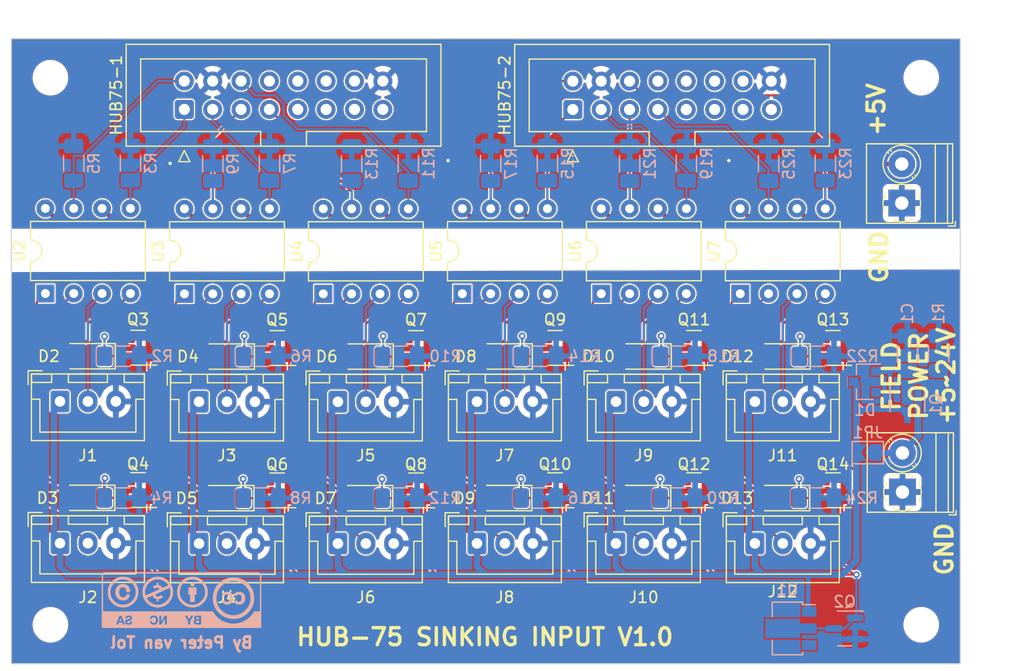
<source format=kicad_pcb>
(kicad_pcb (version 20211014) (generator pcbnew)
  (layers (0 "F.Cu" signal "Front") (31 "B.Cu" signal "Back") (34 "B.Paste" user) (35 "F.Paste" user) (36 "B.SilkS" user "B.Silkscreen") (37 "F.SilkS" user "F.Silkscreen") (38 "B.Mask" user) (39 "F.Mask" user) (44 "Edge.Cuts" user))
  (net 0 "")
  (net 1 "Net-(C1-Pad1)")
  (net 2 "GNDD")
  (net 3 "VDD")
  (net 4 "Net-(D2-Pad1)")
  (net 5 "Net-(D2-Pad2)")
  (net 6 "Net-(D3-Pad1)")
  (net 7 "Net-(D3-Pad2)")
  (net 8 "GND")
  (net 17 "GPIO1-6")
  (net 18 "GPIO1-5")
  (net 19 "GPIO1-4")
  (net 20 "GPIO1-3")
  (net 21 "GPIO1-2")
  (net 22 "GPIO1-1")
  (net 31 "GPIO2-6")
  (net 32 "GPIO2-5")
  (net 33 "GPIO2-4")
  (net 34 "GPIO2-3")
  (net 35 "GPIO2-2")
  (net 36 "GPIO2-1")
  (net 37 "Net-(J1-Pad2)")
  (net 38 "Net-(J2-Pad2)")
  (net 39 "Net-(J3-Pad2)")
  (net 40 "CUR_MIRROR")
  (net 41 "+5V")
  (net 42 "Net-(D4-Pad1)")
  (net 43 "Net-(D4-Pad2)")
  (net 44 "Net-(D5-Pad1)")
  (net 45 "Net-(D5-Pad2)")
  (net 46 "Net-(J4-Pad2)")
  (net 47 "Net-(J5-Pad2)")
  (net 48 "Net-(D6-Pad1)")
  (net 49 "Net-(D6-Pad2)")
  (net 50 "Net-(D7-Pad1)")
  (net 51 "Net-(D7-Pad2)")
  (net 52 "Net-(J6-Pad2)")
  (net 53 "Net-(D8-Pad1)")
  (net 54 "Net-(D8-Pad2)")
  (net 55 "Net-(D9-Pad1)")
  (net 56 "Net-(D9-Pad2)")
  (net 57 "Net-(D10-Pad1)")
  (net 58 "Net-(D10-Pad2)")
  (net 59 "Net-(D11-Pad1)")
  (net 60 "Net-(D11-Pad2)")
  (net 61 "Net-(D12-Pad1)")
  (net 62 "Net-(D12-Pad2)")
  (net 63 "Net-(D13-Pad1)")
  (net 64 "Net-(D13-Pad2)")
  (net 65 "Net-(J7-Pad2)")
  (net 66 "Net-(J8-Pad2)")
  (net 67 "Net-(J9-Pad2)")
  (net 68 "Net-(J10-Pad2)")
  (net 69 "Net-(J11-Pad2)")
  (net 70 "Net-(J12-Pad2)")
  (net 71 "Net-(PWR1-Pad2)")
  (footprint "Package_TO_SOT_SMD:SOT-23" (layer "F.Cu") (at 78.6715 55.392 180)
    (fp_text reference "Q9")
    (fp_text value "2N7002" hide)
  )
  (footprint "Package_TO_SOT_SMD:SOT-23" (layer "F.Cu") (at 103.5635 55.392 180)
    (fp_text reference "Q13")
    (fp_text value "2N7002" hide)
  )
  (footprint "Package_TO_SOT_SMD:SOT-23" (layer "F.Cu") (at 41.3235 55.372 180)
    (fp_text reference "Q3")
    (fp_text value "2N7002" hide)
  )
  (footprint "Connector_IDC:IDC-Header_2x08_P2.54mm_Vertical" (layer "F.Cu") (at 80.264 34.036 90)
    (fp_text reference "HUB75-2")
    (fp_text value "Conn_02x08_Odd_Even" hide)
  )
  (footprint "Package_DIP:DIP-8_W7.62mm" (layer "F.Cu") (at 33.02 50.516 90)
    (fp_text reference "U2")
    (fp_text value "LTV-827" hide)
  )
  (footprint "LED_SMD:LED_1206_3216Metric_Pad1.42x1.75mm_HandSolder" (layer "F.Cu") (at 49.246 68.847 180)
    (fp_text reference "D5")
    (fp_text value "LED_Small" hide)
  )
  (footprint "Package_TO_SOT_SMD:SOT-23" (layer "F.Cu") (at 91.1175 55.392 180)
    (fp_text reference "Q11")
    (fp_text value "2N7002" hide)
  )
  (footprint "MountingHole:MountingHole_2.7mm_M2.5_DIN965" (layer "F.Cu") (at 111.472 31.186)
    (fp_text reference "HOLE2" hide)
    (fp_text value "MountingHole_2.7mm_M2.5_DIN965" hide)
  )
  (footprint "Connector_JST:JST_XH_B3B-XH-A_1x03_P2.50mm_Vertical" (layer "F.Cu") (at 59.222 72.911)
    (fp_text reference "J6")
    (fp_text value "Conn_01x03_Male" hide)
  )
  (footprint "LED_SMD:LED_1206_3216Metric_Pad1.42x1.75mm_HandSolder" (layer "F.Cu") (at 86.624 56.154 180)
    (fp_text reference "D10")
    (fp_text value "LED_Small" hide)
  )
  (footprint "Package_TO_SOT_SMD:SOT-23" (layer "F.Cu") (at 78.6715 68.141 180)
    (fp_text reference "Q10")
    (fp_text value "2N7002" hide)
  )
  (footprint "MountingHole:MountingHole_2.7mm_M2.5_DIN965" (layer "F.Cu") (at 111.472 80.186)
    (fp_text reference "HOLE4" hide)
    (fp_text value "MountingHole_2.7mm_M2.5_DIN965" hide)
  )
  (footprint "Connector_JST:JST_XH_B3B-XH-A_1x03_P2.50mm_Vertical" (layer "F.Cu") (at 71.678 60.201)
    (fp_text reference "J7")
    (fp_text value "Conn_01x03_Male" hide)
  )
  (footprint "Connector_JST:JST_XH_B3B-XH-A_1x03_P2.50mm_Vertical" (layer "F.Cu") (at 71.678 72.901)
    (fp_text reference "J8")
    (fp_text value "Conn_01x03_Male" hide)
  )
  (footprint "Package_TO_SOT_SMD:SOT-23" (layer "F.Cu") (at 53.7795 55.402 180)
    (fp_text reference "Q5")
    (fp_text value "2N7002" hide)
  )
  (footprint "Package_TO_SOT_SMD:SOT-23" (layer "F.Cu") (at 103.5635 68.141 180)
    (fp_text reference "Q14")
    (fp_text value "2N7002" hide)
  )
  (footprint "TerminalBlock_Phoenix:TerminalBlock_Phoenix_PT-1,5-2-3.5-H_1x02_P3.50mm_Horizontal" (layer "F.Cu") (at 109.728 42.418 90)
    (fp_text reference "PWR2" hide)
    (fp_text value "Screw_Terminal_01x02" hide)
  )
  (footprint "Connector_JST:JST_XH_B3B-XH-A_1x03_P2.50mm_Vertical" (layer "F.Cu") (at 46.786 72.911)
    (fp_text reference "J4")
    (fp_text value "Conn_01x03_Male" hide)
  )
  (footprint "Package_TO_SOT_SMD:SOT-23" (layer "F.Cu") (at 53.7795 68.151 180)
    (fp_text reference "Q6")
    (fp_text value "2N7002" hide)
  )
  (footprint "Package_DIP:DIP-8_W7.62mm" (layer "F.Cu") (at 70.368 50.536 90)
    (fp_text reference "U5")
    (fp_text value "LTV-827" hide)
  )
  (footprint "Package_TO_SOT_SMD:SOT-23" (layer "F.Cu") (at 66.2155 55.402 180)
    (fp_text reference "Q7")
    (fp_text value "2N7002" hide)
  )
  (footprint "LED_SMD:LED_1206_3216Metric_Pad1.42x1.75mm_HandSolder" (layer "F.Cu") (at 36.79 68.817 180)
    (fp_text reference "D3")
    (fp_text value "LED_Small" hide)
  )
  (footprint "Connector_IDC:IDC-Header_2x08_P2.54mm_Vertical" (layer "F.Cu") (at 45.466 34.0265 90)
    (fp_text reference "HUB75-1")
    (fp_text value "Conn_02x08_Odd_Even" hide)
  )
  (footprint "LED_SMD:LED_1206_3216Metric_Pad1.42x1.75mm_HandSolder" (layer "F.Cu") (at 61.722 56.164 180)
    (fp_text reference "D6")
    (fp_text value "LED_Small" hide)
  )
  (footprint "Connector_JST:JST_XH_B3B-XH-A_1x03_P2.50mm_Vertical" (layer "F.Cu") (at 84.124 72.901)
    (fp_text reference "J10")
    (fp_text value "Conn_01x03_Male" hide)
  )
  (footprint "Package_DIP:DIP-8_W7.62mm" (layer "F.Cu") (at 57.912 50.546 90)
    (fp_text reference "U4")
    (fp_text value "LTV-827" hide)
  )
  (footprint "LED_SMD:LED_1206_3216Metric_Pad1.42x1.75mm_HandSolder" (layer "F.Cu") (at 36.83 56.134 180)
    (fp_text reference "D2")
    (fp_text value "LED_Small" hide)
  )
  (footprint "Package_TO_SOT_SMD:SOT-23" (layer "F.Cu") (at 91.1175 68.141 180)
    (fp_text reference "Q12")
    (fp_text value "2N7002" hide)
  )
  (footprint "MountingHole:MountingHole_2.7mm_M2.5_DIN965" (layer "F.Cu") (at 33.472 31.186)
    (fp_text reference "HOLE1" hide)
    (fp_text value "MountingHole_2.7mm_M2.5_DIN965" hide)
  )
  (footprint "Package_TO_SOT_SMD:SOT-23" (layer "F.Cu") (at 66.2155 68.151 180)
    (fp_text reference "Q8")
    (fp_text value "2N7002" hide)
  )
  (footprint "LED_SMD:LED_1206_3216Metric_Pad1.42x1.75mm_HandSolder" (layer "F.Cu") (at 86.584 68.837 180)
    (fp_text reference "D11")
    (fp_text value "LED_Small" hide)
  )
  (footprint "Connector_JST:JST_XH_B3B-XH-A_1x03_P2.50mm_Vertical" (layer "F.Cu") (at 34.33 60.181)
    (fp_text reference "J1")
    (fp_text value "Conn_01x03_Male" hide)
  )
  (footprint "TerminalBlock_Phoenix:TerminalBlock_Phoenix_PT-1,5-2-3.5-H_1x02_P3.50mm_Horizontal" (layer "F.Cu") (at 109.79 68.298 90)
    (fp_text reference "PWR1" hide)
    (fp_text value "Screw_Terminal_01x02" hide)
  )
  (footprint "MountingHole:MountingHole_2.7mm_M2.5_DIN965" (layer "F.Cu") (at 33.472 80.186)
    (fp_text reference "HOLE3" hide)
    (fp_text value "MountingHole_2.7mm_M2.5_DIN965" hide)
  )
  (footprint "Connector_JST:JST_XH_B3B-XH-A_1x03_P2.50mm_Vertical" (layer "F.Cu") (at 46.786 60.211)
    (fp_text reference "J3")
    (fp_text value "Conn_01x03_Male" hide)
  )
  (footprint "LED_SMD:LED_1206_3216Metric_Pad1.42x1.75mm_HandSolder" (layer "F.Cu") (at 74.138 68.837 180)
    (fp_text reference "D9")
    (fp_text value "LED_Small" hide)
  )
  (footprint "LED_SMD:LED_1206_3216Metric_Pad1.42x1.75mm_HandSolder" (layer "F.Cu") (at 74.178 56.154 180)
    (fp_text reference "D8")
    (fp_text value "LED_Small" hide)
  )
  (footprint "LED_SMD:LED_1206_3216Metric_Pad1.42x1.75mm_HandSolder" (layer "F.Cu") (at 49.286 56.164 180)
    (fp_text reference "D4")
    (fp_text value "LED_Small" hide)
  )
  (footprint "LED_SMD:LED_1206_3216Metric_Pad1.42x1.75mm_HandSolder" (layer "F.Cu") (at 99.07 56.154 180)
    (fp_text reference "D12")
    (fp_text value "LED_Small" hide)
  )
  (footprint "Package_DIP:DIP-8_W7.62mm" (layer "F.Cu") (at 95.26 50.536 90)
    (fp_text reference "U7")
    (fp_text value "LTV-827" hide)
  )
  (footprint "Connector_JST:JST_XH_B3B-XH-A_1x03_P2.50mm_Vertical" (layer "F.Cu") (at 84.124 60.201)
    (fp_text reference "J9")
    (fp_text value "Conn_01x03_Male" hide)
  )
  (footprint "LED_SMD:LED_1206_3216Metric_Pad1.42x1.75mm_HandSolder" (layer "F.Cu") (at 61.682 68.847 180)
    (fp_text reference "D7")
    (fp_text value "LED_Small" hide)
  )
  (footprint "Connector_JST:JST_XH_B3B-XH-A_1x03_P2.50mm_Vertical" (layer "F.Cu") (at 59.222 60.211)
    (fp_text reference "J5")
    (fp_text value "Conn_01x03_Male" hide)
  )
  (footprint "Package_DIP:DIP-8_W7.62mm" (layer "F.Cu") (at 45.476 50.546 90)
    (fp_text reference "U3")
    (fp_text value "LTV-827" hide)
  )
  (footprint "LED_SMD:LED_1206_3216Metric_Pad1.42x1.75mm_HandSolder" (layer "F.Cu") (at 99.03 68.837 180)
    (fp_text reference "D13")
    (fp_text value "LED_Small" hide)
  )
  (footprint "Package_TO_SOT_SMD:SOT-23" (layer "F.Cu") (at 41.3235 68.121 180)
    (fp_text reference "Q4")
    (fp_text value "2N7002" hide)
  )
  (footprint "Connector_JST:JST_XH_B3B-XH-A_1x03_P2.50mm_Vertical" (layer "F.Cu") (at 34.33 72.881)
    (fp_text reference "J2")
    (fp_text value "Conn_01x03_Male" hide)
  )
  (footprint "Connector_JST:JST_XH_B3B-XH-A_1x03_P2.50mm_Vertical" (layer "F.Cu") (at 96.57 72.901)
    (fp_text reference "J12")
    (fp_text value "Conn_01x03_Male" hide)
  )
  (footprint "Package_DIP:DIP-8_W7.62mm" (layer "F.Cu") (at 82.814 50.536 90)
    (fp_text reference "U6")
    (fp_text value "LTV-827" hide)
  )
  (footprint "Connector_JST:JST_XH_B3B-XH-A_1x03_P2.50mm_Vertical" (layer "F.Cu") (at 96.57 60.201)
    (fp_text reference "J11")
    (fp_text value "Conn_01x03_Male" hide)
  )
  (footprint "Jumper:SolderJumper-2_P1.3mm_Open_TrianglePad1.0x1.5mm" (layer "B.Cu") (at 106.68 64.77 180)
    (fp_text reference "JP1")
    (fp_text value "Jumper_2_Open")
  )
  (footprint "Resistor_SMD:R_1206_3216Metric_Pad1.30x1.75mm_HandSolder" (layer "B.Cu") (at 40.64 38.836 90)
    (fp_text reference "R3")
    (fp_text value "4.7K")
  )
  (footprint "Resistor_SMD:R_1206_3216Metric_Pad1.30x1.75mm_HandSolder" (layer "B.Cu") (at 77.216 56.134 180)
    (fp_text reference "R14")
    (fp_text value "R" hide)
  )
  (footprint "Resistor_SMD:R_1206_3216Metric_Pad1.30x1.75mm_HandSolder" (layer "B.Cu") (at 64.77 56.134 180)
    (fp_text reference "R10")
    (fp_text value "R" hide)
  )
  (footprint "Resistor_SMD:R_1206_3216Metric_Pad1.30x1.75mm_HandSolder" (layer "B.Cu") (at 35.56 38.862 90)
    (fp_text reference "R5")
    (fp_text value "4.7K")
  )
  (footprint "Resistor_SMD:R_1206_3216Metric_Pad1.30x1.75mm_HandSolder" (layer "B.Cu") (at 65.532 38.866 90)
    (fp_text reference "R11")
    (fp_text value "4.7K")
  )
  (footprint "Resistor_SMD:R_1206_3216Metric_Pad1.30x1.75mm_HandSolder" (layer "B.Cu") (at 52.324 56.134 180)
    (fp_text reference "R6")
    (fp_text value "R" hide)
  )
  (footprint "Resistor_SMD:R_1206_3216Metric_Pad1.30x1.75mm_HandSolder" (layer "B.Cu") (at 113.03 55.88 90)
    (fp_text reference "R1")
    (fp_text value "10K" hide)
  )
  (footprint "Resistor_SMD:R_1206_3216Metric_Pad1.30x1.75mm_HandSolder" (layer "B.Cu") (at 64.77 68.834 180)
    (fp_text reference "R12")
    (fp_text value "R" hide)
  )
  (footprint "Resistor_SMD:R_1206_3216Metric_Pad1.30x1.75mm_HandSolder" (layer "B.Cu") (at 102.108 56.134 180)
    (fp_text reference "R22")
    (fp_text value "R" hide)
  )
  (footprint "Resistor_SMD:R_1206_3216Metric_Pad1.30x1.75mm_HandSolder" (layer "B.Cu") (at 89.662 56.134 180)
    (fp_text reference "R18")
    (fp_text value "R" hide)
  )
  (footprint "Package_TO_SOT_SMD:SOT-23" (layer "B.Cu") (at 110.236 60.452 -90)
    (fp_text reference "Q1")
    (fp_text value "AO3401A" hide)
  )
  (footprint "Package_TO_SOT_SMD:SOT-23" (layer "B.Cu") (at 104.6095 80.518 180)
    (fp_text reference "Q2")
    (fp_text value "2N7002" hide)
  )
  (footprint "Resistor_SMD:R_1206_3216Metric_Pad1.30x1.75mm_HandSolder" (layer "B.Cu") (at 39.878 68.834 180)
    (fp_text reference "R4")
    (fp_text value "R" hide)
  )
  (footprint "Resistor_SMD:R_1206_3216Metric_Pad1.30x1.75mm_HandSolder" (layer "B.Cu") (at 39.878 56.134 180)
    (fp_text reference "R2")
    (fp_text value "R" hide)
  )
  (footprint "Resistor_SMD:R_1206_3216Metric_Pad1.30x1.75mm_HandSolder" (layer "B.Cu") (at 48.016 38.892 90)
    (fp_text reference "R9")
    (fp_text value "4.7K")
  )
  (footprint "Resistor_SMD:R_1206_3216Metric_Pad1.30x1.75mm_HandSolder" (layer "B.Cu") (at 85.354 38.882 90)
    (fp_text reference "R21")
    (fp_text value "4.7K")
  )
  (footprint "Resistor_SMD:R_1206_3216Metric_Pad1.30x1.75mm_HandSolder" (layer "B.Cu") (at 89.662 68.834 180)
    (fp_text reference "R20")
    (fp_text value "R" hide)
  )
  (footprint "Capacitor_SMD:C_1206_3216Metric_Pad1.33x1.80mm_HandSolder" (layer "B.Cu") (at 110.236 55.88 90)
    (fp_text reference "C1")
    (fp_text value "15nF" hide)
  )
  (footprint "Diode_SMD:D_SOT-23_ANK" (layer "B.Cu") (at 106.426 58.42 180)
    (fp_text reference "D1")
    (fp_text value "D_Zener")
  )
  (footprint "Resistor_SMD:R_1206_3216Metric_Pad1.30x1.75mm_HandSolder" (layer "B.Cu") (at 77.216 68.834 180)
    (fp_text reference "R16")
    (fp_text value "R" hide)
  )
  (footprint "Package_TO_SOT_SMD:SOT-89-3" (layer "B.Cu") (at 99.7835 80.518 180)
    (fp_text reference "U1")
    (fp_text value "CL2N8-G" hide)
  )
  (footprint "Resistor_SMD:R_1206_3216Metric_Pad1.30x1.75mm_HandSolder" (layer "B.Cu") (at 90.434 38.856 90)
    (fp_text reference "R19")
    (fp_text value "4.7K")
  )
  (footprint "Resistor_SMD:R_1206_3216Metric_Pad1.30x1.75mm_HandSolder" (layer "B.Cu") (at 102.88 38.856 90)
    (fp_text reference "R23")
    (fp_text value "4.7K")
  )
  (footprint "Resistor_SMD:R_1206_3216Metric_Pad1.30x1.75mm_HandSolder" (layer "B.Cu") (at 72.908 38.882 90)
    (fp_text reference "R17")
    (fp_text value "4.7K")
  )
  (footprint "Resistor_SMD:R_1206_3216Metric_Pad1.30x1.75mm_HandSolder" (layer "B.Cu") (at 60.452 38.892 90)
    (fp_text reference "R13")
    (fp_text value "4.7K")
  )
  (footprint "Resistor_SMD:R_1206_3216Metric_Pad1.30x1.75mm_HandSolder" (layer "B.Cu") (at 77.988 38.856 90)
    (fp_text reference "R15")
    (fp_text value "4.7K")
  )
  (footprint "Resistor_SMD:R_1206_3216Metric_Pad1.30x1.75mm_HandSolder" (layer "B.Cu") (at 97.8 38.882 90)
    (fp_text reference "R25")
    (fp_text value "4.7K")
  )
  (footprint "Resistor_SMD:R_1206_3216Metric_Pad1.30x1.75mm_HandSolder" (layer "B.Cu") (at 52.324 68.834 180)
    (fp_text reference "R8")
    (fp_text value "R" hide)
  )
  (footprint "LOGO" (layer "B.Cu") (at 45.212 77.978 180)
    (fp_text reference "G***" hide)
    (fp_text value "LOGO" hide)
  )
  (footprint "Resistor_SMD:R_1206_3216Metric_Pad1.30x1.75mm_HandSolder" (layer "B.Cu") (at 102.108 68.834 180)
    (fp_text reference "R24")
    (fp_text value "R" hide)
  )
  (footprint "Resistor_SMD:R_1206_3216Metric_Pad1.30x1.75mm_HandSolder" (layer "B.Cu") (at 53.096 38.866 90)
    (fp_text reference "R7")
    (fp_text value "4.7K")
  )
  (gr_rect (start 29.972 27.686) (end 114.972 83.686) (layer "Edge.Cuts") (width 0.1) (fill none))
  (gr_text "By Peter van Tol" (at 45.212 81.788) (layer "B.SilkS") (effects (font (size 1 1) (thickness 0.25)) (justify mirror)))
  (gr_text "GND" (at 107.696 47.244 90) (layer "F.SilkS") (effects (font (size 1.524 1.524) (thickness 0.3048))))
  (gr_text "FIELD\nPOWER\n+5~24V" (at 111.252 57.912 90) (layer "F.SilkS") (effects (font (size 1.524 1.524) (thickness 0.3048))))
  (gr_text "HUB-75 SINKING INPUT V1.0" (at 72.39 81.28) (layer "F.SilkS") (effects (font (size 1.524 1.524) (thickness 0.3048))))
  (gr_text "GND" (at 113.538 73.406 90) (layer "F.SilkS") (effects (font (size 1.524 1.524) (thickness 0.3048))))
  (gr_text "+5V" (at 107.442 34.036 90) (layer "F.SilkS") (effects (font (size 1.524 1.524) (thickness 0.3048))))
  (segment (start 107.426 57.47) (end 107.488 57.532) (width 0.4) (layer "B.Cu") (net 1))
  (segment (start 108.6735 57.3915) (end 108.686 57.404) (width 0.127) (layer "B.Cu") (net 1))
  (segment (start 108.558 57.532) (end 108.686 57.404) (width 0.127) (layer "B.Cu") (net 1))
  (segment (start 112.9915 57.3915) (end 108.6735 57.3915) (width 0.4) (layer "B.Cu") (net 1))
  (segment (start 113.03 57.43) (end 112.9915 57.3915) (width 0.4) (layer "B.Cu") (net 1))
  (segment (start 108.686 58.9145) (end 109.286 59.5145) (width 0.4) (layer "B.Cu") (net 1))
  (segment (start 108.686 57.404) (end 108.686 58.9145) (width 0.4) (layer "B.Cu") (net 1))
  (segment (start 107.488 57.532) (end 108.558 57.532) (width 0.4) (layer "B.Cu") (net 1))
  (segment (start 86.36 75.682) (end 84.836 75.682) (width 0.6) (layer "B.Cu") (net 3))
  (segment (start 96.57 74.97) (end 96.57 72.901) (width 0.6) (layer "B.Cu") (net 3))
  (segment (start 59.222 74.98) (end 59.222 72.911) (width 0.6) (layer "B.Cu") (net 3))
  (segment (start 71.678 74.97) (end 72.39 75.682) (width 0.6) (layer "B.Cu") (net 3))
  (segment (start 101.346 78.8515) (end 101.346 75.692) (width 0.4) (layer "B.Cu") (net 3))
  (segment (start 105.664 61.468) (end 106.3 60.832) (width 0.6) (layer "B.Cu") (net 3))
  (segment (start 104.394 75.692) (end 105.664 74.422) (width 0.6) (layer "B.Cu") (net 3))
  (segment (start 34.33 74.97) (end 34.33 72.881) (width 0.6) (layer "B.Cu") (net 3))
  (segment (start 83.576 72.353) (end 83.576 60.749) (width 0.6) (layer "B.Cu") (net 3))
  (segment (start 47.498 75.692) (end 35.052 75.692) (width 0.6) (layer "B.Cu") (net 3))
  (segment (start 105.664 74.422) (end 105.664 61.468) (width 0.6) (layer "B.Cu") (net 3))
  (segment (start 46.238 72.363) (end 46.238 60.759) (width 0.6) (layer "B.Cu") (net 3))
  (segment (start 97.292 75.692) (end 96.57 74.97) (width 0.6) (layer "B.Cu") (net 3))
  (segment (start 101.346 75.692) (end 104.394 75.692) (width 0.6) (layer "B.Cu") (net 3))
  (segment (start 35.052 75.692) (end 34.33 74.97) (width 0.6) (layer "B.Cu") (net 3))
  (segment (start 96.022 72.353) (end 96.022 60.749) (width 0.6) (layer "B.Cu") (net 3))
  (segment (start 59.934 75.692) (end 101.346 75.692) (width 0.6) (layer "B.Cu") (net 3))
  (segment (start 109.6785 60.832) (end 106.426 60.832) (width 0.6) (layer "B.Cu") (net 3))
  (segment (start 71.678 72.901) (end 71.678 74.97) (width 0.6) (layer "B.Cu") (net 3))
  (segment (start 59.934 75.692) (end 59.222 74.98) (width 0.6) (layer "B.Cu") (net 3))
  (segment (start 84.124 74.97) (end 84.836 75.682) (width 0.6) (layer "B.Cu") (net 3))
  (segment (start 60.198 75.692) (end 47.498 75.692) (width 0.6) (layer "B.Cu") (net 3))
  (segment (start 33.782 72.333) (end 34.33 72.881) (width 0.6) (layer "B.Cu") (net 3))
  (segment (start 58.674 72.363) (end 58.674 60.759) (width 0.6) (layer "B.Cu") (net 3))
  (segment (start 46.786 74.98) (end 47.498 75.692) (width 0.6) (layer "B.Cu") (net 3))
  (segment (start 84.124 72.901) (end 84.124 74.97) (width 0.6) (layer "B.Cu") (net 3))
  (segment (start 105.664 58.658) (end 105.426 58.42) (width 0.6) (layer "B.Cu") (net 3))
  (segment (start 33.782 60.729) (end 33.782 72.333) (width 0.6) (layer "B.Cu") (net 3))
  (segment (start 105.664 61.468) (end 105.664 58.658) (width 0.6) (layer "B.Cu") (net 3))
  (segment (start 71.13 72.353) (end 71.13 60.749) (width 0.6) (layer "B.Cu") (net 3))
  (segment (start 46.786 72.911) (end 46.786 74.98) (width 0.6) (layer "B.Cu") (net 3))
  (segment (start 110.236 61.3895) (end 109.6785 60.832) (width 0.6) (layer "B.Cu") (net 3))
  (segment (start 38.3175 56.134) (end 38.3175 54.356) (width 0.2) (layer "F.Cu") (net 4))
  (segment (start 39.624 56.134) (end 40.386 55.372) (width 0.2) (layer "F.Cu") (net 4))
  (segment (start 38.3175 56.134) (end 39.624 56.134) (width 0.2) (layer "F.Cu") (net 4))
  (via (at 38.3175 54.356) (size 0.6) (drill 0.3) (layers "F.Cu" "B.Cu") (net 4))
  (segment (start 38.3175 56.1235) (end 38.328 56.134) (width 0.2) (layer "B.Cu") (net 4))
  (segment (start 38.3175 54.356) (end 38.3175 56.1235) (width 0.2) (layer "B.Cu") (net 4))
  (segment (start 36.83 53.237707) (end 36.83 54.6465) (width 0.2) (layer "F.Cu") (net 5))
  (segment (start 38.832 52.324) (end 37.743707 52.324) (width 0.2) (layer "F.Cu") (net 5))
  (segment (start 37.743707 52.324) (end 36.83 53.237707) (width 0.2) (layer "F.Cu") (net 5))
  (segment (start 36.83 54.6465) (end 35.3425 56.134) (width 0.2) (layer "F.Cu") (net 5))
  (segment (start 40.64 50.516) (end 38.832 52.324) (width 0.2) (layer "F.Cu") (net 5))
  (segment (start 40.386 68.58) (end 40.386 68.161) (width 0.2) (layer "F.Cu") (net 6))
  (segment (start 40.386 68.161) (end 40.346 68.121) (width 0.2) (layer "F.Cu") (net 6))
  (segment (start 38.2775 67.1325) (end 38.354 67.056) (width 0.2) (layer "F.Cu") (net 6))
  (segment (start 38.2775 68.817) (end 38.2775 67.1325) (width 0.2) (layer "F.Cu") (net 6))
  (segment (start 40.149 68.817) (end 40.386 68.58) (width 0.2) (layer "F.Cu") (net 6))
  (segment (start 38.2775 68.817) (end 40.149 68.817) (width 0.2) (layer "F.Cu") (net 6))
  (via (at 38.354 67.056) (size 0.6) (drill 0.3) (layers "F.Cu" "B.Cu") (net 6))
  (segment (start 38.354 68.808) (end 38.328 68.834) (width 0.2) (layer "B.Cu") (net 6))
  (segment (start 38.354 67.056) (end 38.354 68.808) (width 0.2) (layer "B.Cu") (net 6))
  (segment (start 32.766 66.548) (end 32.766 53.31) (width 0.2) (layer "F.Cu") (net 7))
  (segment (start 32.766 53.31) (end 35.56 50.516) (width 0.2) (layer "F.Cu") (net 7))
  (segment (start 35.3025 68.817) (end 35.035 68.817) (width 0.127) (layer "F.Cu") (net 7))
  (segment (start 35.035 68.817) (end 32.766 66.548) (width 0.2) (layer "F.Cu") (net 7))
  (via (at 69.088 38.608) (size 0.6) (drill 0.3) (layers "F.Cu" "B.Cu") (net 8))
  (via (at 94.234 38.608) (size 0.6) (drill 0.3) (layers "F.Cu" "B.Cu") (net 8))
  (via (at 44.196 38.862) (size 0.6) (drill 0.3) (layers "F.Cu" "B.Cu") (net 8))
  (segment (start 60.452 41.3925) (end 53.086 34.0265) (width 0.2) (layer "F.Cu") (net 17))
  (segment (start 60.452 42.926) (end 60.452 41.3925) (width 0.2) (layer "F.Cu") (net 17))
  (segment (start 60.452 40.442) (end 60.452 42.926) (width 0.2) (layer "B.Cu") (net 17))
  (segment (start 51.8255 32.766) (end 50.546 31.4865) (width 0.2) (layer "B.Cu") (net 18))
  (segment (start 61.722 35.814) (end 55.626 35.814) (width 0.2) (layer "B.Cu") (net 18))
  (segment (start 65.532 39.624) (end 61.722 35.814) (width 0.2) (layer "B.Cu") (net 18))
  (segment (start 65.532 42.926) (end 65.532 39.624) (width 0.2) (layer "B.Cu") (net 18))
  (segment (start 54.356 33.528) (end 53.594 32.766) (width 0.2) (layer "B.Cu") (net 18))
  (segment (start 55.626 35.814) (end 54.356 34.544) (width 0.2) (layer "B.Cu") (net 18))
  (segment (start 54.356 34.544) (end 54.356 33.528) (width 0.2) (layer "B.Cu") (net 18))
  (segment (start 53.594 32.766) (end 51.8255 32.766) (width 0.2) (layer "B.Cu") (net 18))
  (segment (start 48.016 36.5565) (end 50.546 34.0265) (width 0.2) (layer "F.Cu") (net 19))
  (segment (start 48.016 42.926) (end 48.016 36.5565) (width 0.2) (layer "F.Cu") (net 19))
  (segment (start 48.016 42.926) (end 48.016 40.442) (width 0.2) (layer "B.Cu") (net 19))
  (segment (start 53.096 42.926) (end 53.096 40.142) (width 0.2) (layer "B.Cu") (net 20))
  (segment (start 48.006 35.052) (end 48.006 34.0265) (width 0.2) (layer "B.Cu") (net 20))
  (segment (start 53.096 40.142) (end 48.006 35.052) (width 0.2) (layer "B.Cu") (net 20))
  (segment (start 35.56 42.896) (end 35.56 38.18852) (width 0.2) (layer "B.Cu") (net 21))
  (segment (start 35.56 38.18852) (end 36.382381 38.18852) (width 0.2) (layer "B.Cu") (net 21))
  (segment (start 43.084401 31.4865) (end 45.466 31.4865) (width 0.2) (layer "B.Cu") (net 21))
  (segment (start 36.382381 38.18852) (end 43.084401 31.4865) (width 0.2) (layer "B.Cu") (net 21))
  (segment (start 45.466 35.56) (end 45.466 34.0265) (width 0.2) (layer "B.Cu") (net 22))
  (segment (start 40.64 40.386) (end 45.466 35.56) (width 0.2) (layer "B.Cu") (net 22))
  (segment (start 40.64 42.896) (end 40.64 40.386) (width 0.2) (layer "B.Cu") (net 22))
  (segment (start 97.8 39.38) (end 93.98 35.56) (width 0.2) (layer "B.Cu") (net 31))
  (segment (start 89.408 35.56) (end 87.884 34.036) (width 0.2) (layer "B.Cu") (net 31))
  (segment (start 93.98 35.56) (end 89.408 35.56) (width 0.2) (layer "B.Cu") (net 31))
  (segment (start 97.8 42.916) (end 97.8 39.38) (width 0.2) (layer "B.Cu") (net 31))
  (segment (start 102.88 42.916) (end 102.88 36.586) (width 0.2) (layer "F.Cu") (net 32))
  (segment (start 102.88 36.586) (end 99.06 32.766) (width 0.2) (layer "F.Cu") (net 32))
  (segment (start 86.614 32.766) (end 85.344 31.496) (width 0.2) (layer "F.Cu") (net 32))
  (segment (start 99.06 32.766) (end 86.614 32.766) (width 0.2) (layer "F.Cu") (net 32))
  (segment (start 102.88 42.916) (end 102.88 40.406) (width 0.2) (layer "B.Cu") (net 32))
  (segment (start 85.354 42.916) (end 85.354 34.046) (width 0.2) (layer "F.Cu") (net 33))
  (segment (start 85.354 34.046) (end 85.344 34.036) (width 0.2) (layer "F.Cu") (net 33))
  (segment (start 85.354 42.916) (end 85.354 40.432) (width 0.2) (layer "B.Cu") (net 33))
  (segment (start 90.434 39.634) (end 86.36 35.56) (width 0.2) (layer "B.Cu") (net 34))
  (segment (start 84.328 35.56) (end 82.804 34.036) (width 0.2) (layer "B.Cu") (net 34))
  (segment (start 90.434 42.916) (end 90.434 39.634) (width 0.2) (layer "B.Cu") (net 34))
  (segment (start 86.36 35.56) (end 84.328 35.56) (width 0.2) (layer "B.Cu") (net 34))
  (segment (start 72.908 42.916) (end 72.908 35.804) (width 0.2) (layer "F.Cu") (net 35))
  (segment (start 77.216 31.496) (end 80.264 31.496) (width 0.2) (layer "F.Cu") (net 35))
  (segment (start 72.908 35.804) (end 77.216 31.496) (width 0.2) (layer "F.Cu") (net 35))
  (segment (start 72.908 42.916) (end 72.908 40.432) (width 0.2) (layer "B.Cu") (net 35))
  (segment (start 77.988 36.312) (end 80.264 34.036) (width 0.2) (layer "F.Cu") (net 36))
  (segment (start 77.988 42.916) (end 77.988 36.312) (width 0.2) (layer "F.Cu") (net 36))
  (segment (start 77.988 42.916) (end 77.988 40.406) (width 0.2) (layer "B.Cu") (net 36))
  (segment (start 36.83 51.786) (end 38.1 50.516) (width 0.2) (layer "B.Cu") (net 37))
  (segment (start 36.83 60.181) (end 36.83 51.786) (width 0.2) (layer "B.Cu") (net 37))
  (segment (start 33.02 50.516) (end 32.258 51.278) (width 0.2) (layer "F.Cu") (net 38))
  (segment (start 32.258 51.278) (end 32.258 68.309) (width 0.2) (layer "F.Cu") (net 38))
  (segment (start 32.258 68.309) (end 36.83 72.881) (width 0.2) (layer "F.Cu") (net 38))
  (segment (start 49.286 60.211) (end 49.286 51.816) (width 0.2) (layer "B.Cu") (net 39))
  (segment (start 49.286 51.816) (end 50.556 50.546) (width 0.2) (layer "B.Cu") (net 39))
  (segment (start 91.948 74.666) (end 92.964 75.682) (width 0.2) (layer "F.Cu") (net 40))
  (segment (start 104.648 65.532) (end 104.648 56.573) (width 0.2) (layer "F.Cu") (net 40))
  (segment (start 92.055 69.091) (end 93.218 67.928) (width 0.2) (layer "F.Cu") (net 40))
  (segment (start 67.046 69.208) (end 67.046 74.676) (width 0.2) (layer "F.Cu") (net 40))
  (segment (start 54.61 69.208) (end 54.61 74.676) (width 0.2) (layer "F.Cu") (net 40))
  (segment (start 68.219 66.535) (end 67.203 65.519) (width 0.2) (layer "F.Cu") (net 40))
  (segment (start 43.434 66.548) (end 43.434 67.898) (width 0.2) (layer "F.Cu") (net 40))
  (segment (start 67.153 69.101) (end 67.046 69.208) (width 0.2) (layer "F.Cu") (net 40))
  (segment (start 43.18 75.692) (end 80.518 75.692) (width 0.2) (layer "F.Cu") (net 40))
  (segment (start 67.056 69.088) (end 68.219 67.925) (width 0.2) (layer "F.Cu") (net 40))
  (segment (start 55.88 66.548) (end 54.864 65.532) (width 0.2) (layer "F.Cu") (net 40))
  (segment (start 68.219 67.925) (end 68.219 66.535) (width 0.2) (layer "F.Cu") (net 40))
  (segment (start 80.772 67.928) (end 80.772 66.548) (width 0.2) (layer "F.Cu") (net 40))
  (segment (start 79.756 56.489) (end 79.609 56.342) (width 0.2) (layer "F.Cu") (net 40))
  (segment (start 79.502 74.666) (end 80.518 75.682) (width 0.2) (layer "F.Cu") (net 40))
  (segment (start 79.609 69.091) (end 80.772 67.928) (width 0.2) (layer "F.Cu") (net 40))
  (segment (start 91.948 69.198) (end 91.948 74.666) (width 0.2) (layer "F.Cu") (net 40))
  (segment (start 104.501 69.091) (end 105.664 67.928) (width 0.2) (layer "F.Cu") (net 40))
  (segment (start 105.664 67.928) (end 105.664 66.548) (width 0.2) (layer "F.Cu") (net 40))
  (segment (start 43.434 67.898) (end 42.261 69.071) (width 0.2) (layer "F.Cu") (net 40))
  (segment (start 80.772 66.548) (end 79.756 65.532) (width 0.2) (layer "F.Cu") (net 40))
  (segment (start 67.056 74.676) (end 68.072 75.692) (width 0.2) (layer "F.Cu") (net 40))
  (segment (start 55.88 67.938) (end 55.88 66.548) (width 0.2) (layer "F.Cu") (net 40))
  (segment (start 79.756 65.532) (end 79.756 56.573) (width 0.2) (layer "F.Cu") (net 40))
  (segment (start 67.3 56.499) (end 67.153 56.352) (width 0.2) (layer "F.Cu") (net 40))
  (segment (start 67.203 65.519) (end 67.203 56.486) (width 0.2) (layer "F.Cu") (net 40))
  (segment (start 92.055 69.091) (end 91.948 69.198) (width 0.2) (layer "F.Cu") (net 40))
  (segment (start 104.648 56.489) (end 104.501 56.342) (width 0.2) (layer "F.Cu") (net 40))
  (segment (start 92.964 75.692) (end 105.41 75.692) (width 0.2) (layer "F.Cu") (net 40))
  (segment (start 79.756 56.573) (end 79.659 56.476) (width 0.2) (layer "F.Cu") (net 40))
  (segment (start 42.261 65.375) (end 43.434 66.548) (width 0.2) (layer "F.Cu") (net 40))
  (segment (start 79.609 69.091) (end 79.502 69.198) (width 0.2) (layer "F.Cu") (net 40))
  (segment (start 105.664 66.548) (end 104.648 65.532) (width 0.2) (layer "F.Cu") (net 40))
  (segment (start 92.964 75.682) (end 92.964 75.692) (width 0.2) (layer "F.Cu") (net 40))
  (segment (start 93.218 66.548) (end 92.202 65.532) (width 0.2) (layer "F.Cu") (net 40))
  (segment (start 104.501 69.091) (end 104.394 69.198) (width 0.2) (layer "F.Cu") (net 40))
  (segment (start 92.202 56.573) (end 92.105 56.476) (width 0.2) (layer "F.Cu") (net 40))
  (segment (start 54.717 69.101) (end 55.88 67.938) (width 0.2) (layer "F.Cu") (net 40))
  (segment (start 54.717 69.101) (end 54.61 69.208) (width 0.2) (layer "F.Cu") (net 40))
  (segment (start 54.61 74.676) (end 55.626 75.692) (width 0.2) (layer "F.Cu") (net 40))
  (segment (start 42.261 74.773) (end 43.18 75.692) (width 0.2) (layer "F.Cu") (net 40))
  (segment (start 104.648 56.573) (end 104.551 56.476) (width 0.2) (layer "F.Cu") (net 40))
  (segment (start 92.202 56.489) (end 92.055 56.342) (width 0.2) (layer "F.Cu") (net 40))
  (segment (start 93.218 67.928) (end 93.218 66.548) (width 0.2) (layer "F.Cu") (net 40))
  (segment (start 104.394 69.198) (end 104.394 74.666) (width 0.2) (layer "F.Cu") (net 40))
  (segment (start 79.502 69.198) (end 79.502 74.666) (width 0.2) (layer "F.Cu") (net 40))
  (segment (start 92.202 65.532) (end 92.202 56.573) (width 0.2) (layer "F.Cu") (net 40))
  (segment (start 54.864 56.499) (end 54.717 56.352) (width 0.2) (layer "F.Cu") (net 40))
  (segment (start 80.518 75.682) (end 80.518 75.692) (width 0.2) (layer "F.Cu") (net 40))
  (segment (start 105.41 75.692) (end 104.394 74.676) (width 0.2) (layer "F.Cu") (net 40))
  (segment (start 80.518 75.692) (end 92.964 75.692) (width 0.2) (layer "F.Cu") (net 40))
  (segment (start 42.261 69.071) (end 42.261 74.773) (width 0.2) (layer "F.Cu") (net 40))
  (segment (start 42.261 65.375) (end 42.261 56.322) (width 0.2) (layer "F.Cu") (net 40))
  (segment (start 54.864 65.532) (end 54.864 56.499) (width 0.2) (layer "F.Cu") (net 40))
  (via (at 105.664 75.692) (size 0.6) (drill 0.3) (layers "F.Cu" "B.Cu") (net 40))
  (segment (start 103.672 80.518) (end 104.597 80.518) (width 0.2) (layer "B.Cu") (net 40))
  (segment (start 105.547 79.568) (end 105.664 79.451) (width 0.2) (layer "B.Cu") (net 40))
  (segment (start 105.664 79.451) (end 105.664 75.692) (width 0.2) (layer "B.Cu") (net 40))
  (segment (start 104.597 80.518) (end 105.547 79.568) (width 0.2) (layer "B.Cu") (net 40))
  (segment (start 101.346 80.518) (end 103.672 80.518) (width 0.2) (layer "B.Cu") (net 40))
  (segment (start 76.678 44.156) (end 76.708 44.186) (width 0.127) (layer "F.Cu") (net 41))
  (segment (start 64.222 44.166) (end 64.252 44.196) (width 0.127) (layer "F.Cu") (net 41))
  (segment (start 76.708 44.186) (end 74.168 44.186) (width 0.4) (layer "F.Cu") (net 41))
  (segment (start 70.368 42.916) (end 71.638 44.186) (width 0.4) (layer "F.Cu") (net 41))
  (segment (start 45.476 42.926) (end 46.746 44.196) (width 0.4) (layer "F.Cu") (net 41))
  (segment (start 101.6 44.186) (end 96.266 44.186) (width 0.4) (layer "F.Cu") (net 41))
  (segment (start 101.6 44.186) (end 105.654 44.186) (width 0.4) (layer "F.Cu") (net 41))
  (segment (start 64.252 44.196) (end 96.52 44.196) (width 0.4) (layer "F.Cu") (net 41))
  (segment (start 38.1 42.896) (end 39.37 44.166) (width 0.4) (layer "F.Cu") (net 41))
  (segment (start 105.664 44.196) (end 105.918 44.196) (width 0.4) (layer "F.Cu") (net 41))
  (segment (start 62.982 42.926) (end 64.252 44.196) (width 0.4) (layer "F.Cu") (net 41))
  (segment (start 105.918 44.196) (end 106.934 43.18) (width 0.4) (layer "F.Cu") (net 41))
  (segment (start 34.32 44.196) (end 33.02 42.896) (width 0.4) (layer "F.Cu") (net 41))
  (segment (start 100.33 42.916) (end 101.6 44.186) (width 0.4) (layer "F.Cu") (net 41))
  (segment (start 50.546 42.926) (end 51.816 44.196) (width 0.4) (layer "F.Cu") (net 41))
  (segment (start 106.934 39.878) (end 107.894 38.918) (width 0.4) (layer "F.Cu") (net 41))
  (segment (start 105.654 44.186) (end 105.664 44.196) (width 0.4) (layer "F.Cu") (net 41))
  (segment (start 75.438 42.916) (end 76.708 44.186) (width 0.4) (layer "F.Cu") (net 41))
  (segment (start 61.976 44.196) (end 34.32 44.196) (width 0.4) (layer "F.Cu") (net 41))
  (segment (start 106.934 43.18) (end 106.934 39.878) (width 0.4) (layer "F.Cu") (net 41))
  (segment (start 96.52 44.196) (end 61.712 44.196) (width 0.4) (layer "F.Cu") (net 41))
  (segment (start 57.912 42.926) (end 59.182 44.196) (width 0.4) (layer "F.Cu") (net 41))
  (segment (start 95.26 42.916) (end 96.53 44.186) (width 0.4) (layer "F.Cu") (net 41))
  (segment (start 82.814 42.916) (end 84.084 44.186) (width 0.4) (layer "F.Cu") (net 41))
  (segment (start 107.894 38.918) (end 109.728 38.918) (width 0.4) (layer "F.Cu") (net 41))
  (segment (start 51.816 44.196) (end 61.976 44.196) (width 0.127) (layer "F.Cu") (net 41))
  (segment (start 87.884 42.916) (end 89.154 44.186) (width 0.4) (layer "F.Cu") (net 41))
  (segment (start 50.836 54.32) (end 50.836 56.1015) (width 0.2) (layer "F.Cu") (net 42))
  (segment (start 50.7735 56.164) (end 52.08 56.164) (width 0.2) (layer "F.Cu") (net 42))
  (segment (start 52.08 56.164) (end 52.842 55.402) (width 0.2) (layer "F.Cu") (net 42))
  (segment (start 50.836 56.1015) (end 50.7735 56.164) (width 0.127) (layer "F.Cu") (net 42))
  (via (at 50.836 54.32) (size 0.6) (drill 0.3) (layers "F.Cu" "B.Cu") (net 42))
  (segment (start 50.836 54.32) (end 50.836 56.072) (width 0.2) (layer "B.Cu") (net 42))
  (segment (start 50.836 56.072) (end 50.774 56.134) (width 0.2) (layer "B.Cu") (net 42))
  (segment (start 50.199707 52.354) (end 49.286 53.267707) (width 0.2) (layer "F.Cu") (net 43))
  (segment (start 51.288 52.354) (end 50.199707 52.354) (width 0.2) (layer "F.Cu") (net 43))
  (segment (start 49.286 53.267707) (end 49.286 54.6765) (width 0.2) (layer "F.Cu") (net 43))
  (segment (start 53.096 50.546) (end 51.288 52.354) (width 0.2) (layer "F.Cu") (net 43))
  (segment (start 49.286 54.6765) (end 47.7985 56.164) (width 0.2) (layer "F.Cu") (net 43))
  (segment (start 52.605 68.847) (end 52.842 68.61) (width 0.2) (layer "F.Cu") (net 44))
  (segment (start 52.842 68.61) (end 52.842 68.191) (width 0.2) (layer "F.Cu") (net 44))
  (segment (start 50.7335 68.847) (end 50.7335 67.1225) (width 0.2) (layer "F.Cu") (net 44))
  (segment (start 50.7335 68.847) (end 52.605 68.847) (width 0.2) (layer "F.Cu") (net 44))
  (segment (start 52.842 68.191) (end 52.802 68.151) (width 0.2) (layer "F.Cu") (net 44))
  (via (at 50.7335 67.1225) (size 0.6) (drill 0.3) (layers "F.Cu" "B.Cu") (net 44))
  (segment (start 50.7335 67.1225) (end 50.7335 68.7935) (width 0.2) (layer "B.Cu") (net 44))
  (segment (start 50.7335 68.7935) (end 50.774 68.834) (width 0.2) (layer "B.Cu") (net 44))
  (segment (start 47.491 68.847) (end 45.222 66.578) (width 0.2) (layer "F.Cu") (net 45))
  (segment (start 45.222 66.578) (end 45.222 53.34) (width 0.2) (layer "F.Cu") (net 45))
  (segment (start 45.222 53.34) (end 48.016 50.546) (width 0.2) (layer "F.Cu") (net 45))
  (segment (start 47.7585 68.847) (end 47.491 68.847) (width 0.127) (layer "F.Cu") (net 45))
  (segment (start 44.714 68.339) (end 49.286 72.911) (width 0.2) (layer "F.Cu") (net 46))
  (segment (start 45.476 50.546) (end 44.714 51.308) (width 0.2) (layer "F.Cu") (net 46))
  (segment (start 44.714 51.308) (end 44.714 68.339) (width 0.2) (layer "F.Cu") (net 46))
  (segment (start 61.722 60.211) (end 61.722 51.816) (width 0.2) (layer "B.Cu") (net 47))
  (segment (start 61.722 51.816) (end 62.992 50.546) (width 0.2) (layer "B.Cu") (net 47))
  (segment (start 63.272 56.1015) (end 63.2095 56.164) (width 0.127) (layer "F.Cu") (net 48))
  (segment (start 63.272 54.33) (end 63.272 56.1015) (width 0.2) (layer "F.Cu") (net 48))
  (segment (start 64.516 56.164) (end 65.278 55.402) (width 0.2) (layer "F.Cu") (net 48))
  (segment (start 63.2095 56.164) (end 64.516 56.164) (width 0.2) (layer "F.Cu") (net 48))
  (via (at 63.272 54.33) (size 0.6) (drill 0.3) (layers "F.Cu" "B.Cu") (net 48))
  (segment (start 63.272 54.33) (end 63.272 56.082) (width 0.2) (layer "B.Cu") (net 48))
  (segment (start 63.272 56.082) (end 63.22 56.134) (width 0.2) (layer "B.Cu") (net 48))
  (segment (start 62.635707 52.354) (end 61.722 53.267707) (width 0.2) (layer "F.Cu") (net 49))
  (segment (start 61.722 53.267707) (end 61.722 54.6765) (width 0.2) (layer "F.Cu") (net 49))
  (segment (start 63.724 52.354) (end 62.635707 52.354) (width 0.2) (layer "F.Cu") (net 49))
  (segment (start 65.532 50.546) (end 63.724 52.354) (width 0.2) (layer "F.Cu") (net 49))
  (segment (start 61.722 54.6765) (end 60.2345 56.164) (width 0.2) (layer "F.Cu") (net 49))
  (segment (start 63.1695 68.847) (end 63.1695 67.1325) (width 0.2) (layer "F.Cu") (net 50))
  (segment (start 65.278 68.61) (end 65.278 68.191) (width 0.2) (layer "F.Cu") (net 50))
  (segment (start 65.278 68.191) (end 65.238 68.151) (width 0.2) (layer "F.Cu") (net 50))
  (segment (start 63.1695 68.847) (end 65.041 68.847) (width 0.2) (layer "F.Cu") (net 50))
  (segment (start 65.041 68.847) (end 65.278 68.61) (width 0.2) (layer "F.Cu") (net 50))
  (via (at 63.1695 67.1325) (size 0.6) (drill 0.3) (layers "F.Cu" "B.Cu") (net 50))
  (segment (start 63.1695 67.1325) (end 63.1695 68.7835) (width 0.2) (layer "B.Cu") (net 50))
  (segment (start 63.1695 68.7835) (end 63.22 68.834) (width 0.2) (layer "B.Cu") (net 50))
  (segment (start 57.658 66.578) (end 57.658 53.34) (width 0.2) (layer "F.Cu") (net 51))
  (segment (start 60.1945 68.847) (end 59.927 68.847) (width 0.127) (layer "F.Cu") (net 51))
  (segment (start 59.927 68.847) (end 57.658 66.578) (width 0.2) (layer "F.Cu") (net 51))
  (segment (start 57.658 53.34) (end 60.452 50.546) (width 0.2) (layer "F.Cu") (net 51))
  (segment (start 57.15 68.339) (end 61.722 72.911) (width 0.2) (layer "F.Cu") (net 52))
  (segment (start 57.912 50.546) (end 57.15 51.308) (width 0.2) (layer "F.Cu") (net 52))
  (segment (start 57.15 51.308) (end 57.15 68.339) (width 0.2) (layer "F.Cu") (net 52))
  (segment (start 76.972 56.154) (end 77.734 55.392) (width 0.2) (layer "F.Cu") (net 53))
  (segment (start 75.728 56.0915) (end 75.6655 56.154) (width 0.127) (layer "F.Cu") (net 53))
  (segment (start 75.728 54.32) (end 75.728 56.0915) (width 0.2) (layer "F.Cu") (net 53))
  (segment (start 75.6655 56.154) (end 76.972 56.154) (width 0.2) (layer "F.Cu") (net 53))
  (via (at 75.728 54.32) (size 0.6) (drill 0.3) (layers "F.Cu" "B.Cu") (net 53))
  (segment (start 75.728 54.32) (end 75.728 56.072) (width 0.2) (layer "B.Cu") (net 53))
  (segment (start 75.728 56.072) (end 75.666 56.134) (width 0.2) (layer "B.Cu") (net 53))
  (segment (start 77.988 50.536) (end 76.18 52.344) (width 0.2) (layer "F.Cu") (net 54))
  (segment (start 74.178 53.257707) (end 74.178 54.6665) (width 0.2) (layer "F.Cu") (net 54))
  (segment (start 75.091707 52.344) (end 74.178 53.257707) (width 0.2) (layer "F.Cu") (net 54))
  (segment (start 74.178 54.6665) (end 72.6905 56.154) (width 0.2) (layer "F.Cu") (net 54))
  (segment (start 76.18 52.344) (end 75.091707 52.344) (width 0.2) (layer "F.Cu") (net 54))
  (segment (start 77.734 68.181) (end 77.694 68.141) (width 0.2) (layer "F.Cu") (net 55))
  (segment (start 77.497 68.837) (end 77.734 68.6) (width 0.2) (layer "F.Cu") (net 55))
  (segment (start 77.734 68.6) (end 77.734 68.181) (width 0.2) (layer "F.Cu") (net 55))
  (segment (start 75.6255 68.837) (end 77.497 68.837) (width 0.2) (layer "F.Cu") (net 55))
  (segment (start 75.6255 68.837) (end 75.6255 67.1225) (width 0.2) (layer "F.Cu") (net 55))
  (via (at 75.6255 67.1225) (size 0.6) (drill 0.3) (layers "F.Cu" "B.Cu") (net 55))
  (segment (start 75.6255 68.7935) (end 75.666 68.834) (width 0.2) (layer "B.Cu") (net 55))
  (segment (start 75.6255 67.1225) (end 75.6255 68.7935) (width 0.2) (layer "B.Cu") (net 55))
  (segment (start 70.114 53.33) (end 72.908 50.536) (width 0.2) (layer "F.Cu") (net 56))
  (segment (start 72.383 68.837) (end 70.114 66.568) (width 0.2) (layer "F.Cu") (net 56))
  (segment (start 72.6505 68.837) (end 72.383 68.837) (width 0.127) (layer "F.Cu") (net 56))
  (segment (start 70.114 66.568) (end 70.114 53.33) (width 0.2) (layer "F.Cu") (net 56))
  (segment (start 88.174 56.0915) (end 88.1115 56.154) (width 0.127) (layer "F.Cu") (net 57))
  (segment (start 88.1115 56.154) (end 89.418 56.154) (width 0.2) (layer "F.Cu") (net 57))
  (segment (start 89.418 56.154) (end 90.18 55.392) (width 0.2) (layer "F.Cu") (net 57))
  (segment (start 88.174 54.32) (end 88.174 56.0915) (width 0.2) (layer "F.Cu") (net 57))
  (via (at 88.174 54.32) (size 0.6) (drill 0.3) (layers "F.Cu" "B.Cu") (net 57))
  (segment (start 88.174 56.072) (end 88.112 56.134) (width 0.2) (layer "B.Cu") (net 57))
  (segment (start 88.174 54.32) (end 88.174 56.072) (width 0.2) (layer "B.Cu") (net 57))
  (segment (start 90.434 50.536) (end 88.626 52.344) (width 0.2) (layer "F.Cu") (net 58))
  (segment (start 86.624 53.257707) (end 86.624 54.6665) (width 0.2) (layer "F.Cu") (net 58))
  (segment (start 88.626 52.344) (end 87.537707 52.344) (width 0.2) (layer "F.Cu") (net 58))
  (segment (start 87.537707 52.344) (end 86.624 53.257707) (width 0.2) (layer "F.Cu") (net 58))
  (segment (start 86.624 54.6665) (end 85.1365 56.154) (width 0.2) (layer "F.Cu") (net 58))
  (segment (start 90.18 68.6) (end 90.18 68.181) (width 0.2) (layer "F.Cu") (net 59))
  (segment (start 89.943 68.837) (end 90.18 68.6) (width 0.2) (layer "F.Cu") (net 59))
  (segment (start 88.0715 68.837) (end 89.943 68.837) (width 0.2) (layer "F.Cu") (net 59))
  (segment (start 90.18 68.181) (end 90.14 68.141) (width 0.2) (layer "F.Cu") (net 59))
  (segment (start 88.0715 68.837) (end 88.0715 67.1225) (width 0.2) (layer "F.Cu") (net 59))
  (via (at 88.0715 67.1225) (size 0.6) (drill 0.3) (layers "F.Cu" "B.Cu") (net 59))
  (segment (start 88.0715 68.7935) (end 88.112 68.834) (width 0.2) (layer "B.Cu") (net 59))
  (segment (start 88.0715 67.1225) (end 88.0715 68.7935) (width 0.2) (layer "B.Cu") (net 59))
  (segment (start 82.56 66.568) (end 82.56 53.33) (width 0.2) (layer "F.Cu") (net 60))
  (segment (start 82.56 53.33) (end 85.354 50.536) (width 0.2) (layer "F.Cu") (net 60))
  (segment (start 85.0965 68.837) (end 84.829 68.837) (width 0.127) (layer "F.Cu") (net 60))
  (segment (start 84.829 68.837) (end 82.56 66.568) (width 0.2) (layer "F.Cu") (net 60))
  (segment (start 101.864 56.154) (end 102.626 55.392) (width 0.2) (layer "F.Cu") (net 61))
  (segment (start 100.5575 56.154) (end 101.864 56.154) (width 0.2) (layer "F.Cu") (net 61))
  (segment (start 100.62 54.356) (end 100.62 56.0915) (width 0.2) (layer "F.Cu") (net 61))
  (segment (start 100.62 56.0915) (end 100.5575 56.154) (width 0.127) (layer "F.Cu") (net 61))
  (via (at 100.62 54.356) (size 0.6) (drill 0.3) (layers "F.Cu" "B.Cu") (net 61))
  (segment (start 100.62 54.356) (end 100.62 56.072) (width 0.2) (layer "B.Cu") (net 61))
  (segment (start 100.62 56.072) (end 100.558 56.134) (width 0.2) (layer "B.Cu") (net 61))
  (segment (start 99.07 54.6665) (end 97.5825 56.154) (width 0.2) (layer "F.Cu") (net 62))
  (segment (start 101.072 52.344) (end 99.983707 52.344) (width 0.2) (layer "F.Cu") (net 62))
  (segment (start 99.07 53.257707) (end 99.07 54.6665) (width 0.2) (layer "F.Cu") (net 62))
  (segment (start 102.88 50.536) (end 101.072 52.344) (width 0.2) (layer "F.Cu") (net 62))
  (segment (start 99.983707 52.344) (end 99.07 53.257707) (width 0.2) (layer "F.Cu") (net 62))
  (segment (start 100.5175 68.837) (end 100.5175 67.1225) (width 0.2) (layer "F.Cu") (net 63))
  (segment (start 100.5175 68.837) (end 102.389 68.837) (width 0.2) (layer "F.Cu") (net 63))
  (segment (start 102.626 68.181) (end 102.586 68.141) (width 0.2) (layer "F.Cu") (net 63))
  (segment (start 102.626 68.6) (end 102.626 68.181) (width 0.2) (layer "F.Cu") (net 63))
  (segment (start 102.389 68.837) (end 102.626 68.6) (width 0.2) (layer "F.Cu") (net 63))
  (via (at 100.5175 67.1225) (size 0.6) (drill 0.3) (layers "F.Cu" "B.Cu") (net 63))
  (segment (start 100.5175 68.7935) (end 100.558 68.834) (width 0.2) (layer "B.Cu") (net 63))
  (segment (start 100.5175 67.1225) (end 100.5175 68.7935) (width 0.2) (layer "B.Cu") (net 63))
  (segment (start 97.275 68.837) (end 95.006 66.568) (width 0.2) (layer "F.Cu") (net 64))
  (segment (start 95.006 53.33) (end 97.8 50.536) (width 0.2) (layer "F.Cu") (net 64))
  (segment (start 97.5425 68.837) (end 97.275 68.837) (width 0.127) (layer "F.Cu") (net 64))
  (segment (start 95.006 66.568) (end 95.006 53.33) (width 0.2) (layer "F.Cu") (net 64))
  (segment (start 74.178 51.806) (end 75.448 50.536) (width 0.2) (layer "B.Cu") (net 65))
  (segment (start 74.178 60.201) (end 74.178 51.806) (width 0.2) (layer "B.Cu") (net 65))
  (segment (start 69.606 68.329) (end 74.178 72.901) (width 0.2) (layer "F.Cu") (net 66))
  (segment (start 69.606 51.298) (end 69.606 68.329) (width 0.2) (layer "F.Cu") (net 66))
  (segment (start 70.368 50.536) (end 69.606 51.298) (width 0.2) (layer "F.Cu") (net 66))
  (segment (start 86.624 60.201) (end 86.624 51.806) (width 0.2) (layer "B.Cu") (net 67))
  (segment (start 86.624 51.806) (end 87.894 50.536) (width 0.2) (layer "B.Cu") (net 67))
  (segment (start 82.052 51.298) (end 82.052 68.329) (width 0.2) (layer "F.Cu") (net 68))
  (segment (start 82.052 68.329) (end 86.624 72.901) (width 0.2) (layer "F.Cu") (net 68))
  (segment (start 82.814 50.536) (end 82.052 51.298) (width 0.2) (layer "F.Cu") (net 68))
  (segment (start 99.07 60.201) (end 99.07 51.806) (width 0.2) (layer "B.Cu") (net 69))
  (segment (start 99.07 51.806) (end 100.34 50.536) (width 0.2) (layer "B.Cu") (net 69))
  (segment (start 94.498 51.298) (end 94.498 68.329) (width 0.2) (layer "F.Cu") (net 70))
  (segment (start 95.26 50.536) (end 94.498 51.298) (width 0.2) (layer "F.Cu") (net 70))
  (segment (start 94.498 68.329) (end 99.07 72.901) (width 0.2) (layer "F.Cu") (net 70))
  (segment (start 111.186 63.18) (end 111.186 59.5145) (width 0.6) (layer "B.Cu") (net 71))
  (segment (start 107.433 64.798) (end 109.79 64.798) (width 0.6) (layer "B.Cu") (net 71))
  (segment (start 109.79 64.798) (end 109.79 64.708) (width 0.6) (layer "B.Cu") (net 71))
  (segment (start 107.405 64.77) (end 107.433 64.798) (width 0.127) (layer "B.Cu") (net 71))
  (segment (start 111.252 63.246) (end 111.186 63.18) (width 0.6) (layer "B.Cu") (net 71))
  (segment (start 109.79 64.708) (end 111.252 63.246) (width 0.6) (layer "B.Cu") (net 71))
  (zone (net 2) (net_name "GNDD") (layers F&B.Cu) (connect_pads (clearance 0)) (min_thickness 0.254) (fill yes (thermal_gap 0.508) (thermal_bridge_width 0.508))
    (polygon (pts (xy 120.396 84.328) (xy 28.956 84.328) (xy 28.99719 48.610546) (xy 120.43719 48.356546)))
  )
  (zone (net 8) (net_name "GND") (layers F&B.Cu) (connect_pads (clearance 0)) (min_thickness 0.254) (fill yes (thermal_gap 0.508) (thermal_bridge_width 0.508))
    (polygon (pts (xy 120.65 44.704) (xy 29.21 44.704) (xy 29.25119 24.480546) (xy 120.69119 24.226546)))
  )
)
</source>
